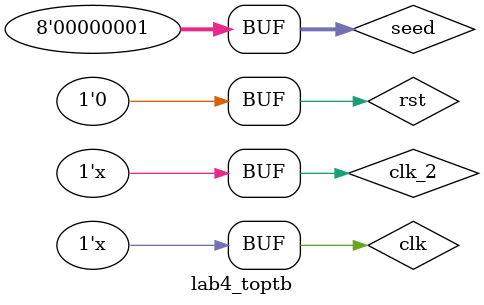
<source format=v>
`timescale 1ns / 1ps


module lab4_toptb( );
`timescale 1ns / 100ps 
wire  [7:0] q;
reg clk;
reg clk_2;
reg[7:0] seed;          
reg rst; 
reg[1:0] counter = 0; 
reg[3:0] Activate = 0;
reg[3:0] display = 0;
lfsr lf(q,seed,rst,clk);

always #30 clk = ~clk;

always #3 clk_2 = ~clk_2;   

initial begin 
clk = 0;
clk_2 = 0;
seed = 8'b00000001; 
rst =  1;
rst = #40 0;
end

    always @(posedge clk_2)
    begin
       if (counter > 2'b11) counter = 2'b00;
       counter =counter+1;
       
        case(counter)
        2'b00: begin
            Activate = 4'b0111; 
            // activate LED1 and Deactivate LED2, LED3, LED4
            end
        2'b01: begin
            Activate = 4'b1011; 
            // activate LED2 and Deactivate LED1, LED3, LED4
            end
        2'b10: begin
            Activate = 4'b1101; 
            // activate LED3 and Deactivate LED2, LED1, LED4
            display = q[7:4];
            end
        2'b11: begin
            Activate = 4'b1110; 
            // activate LED4 and Deactivate LED2, LED3, LED1
            display = q[3:0];
            end
        endcase
    end
           
//led_segment LS(display,seven_seg1);



endmodule

</source>
